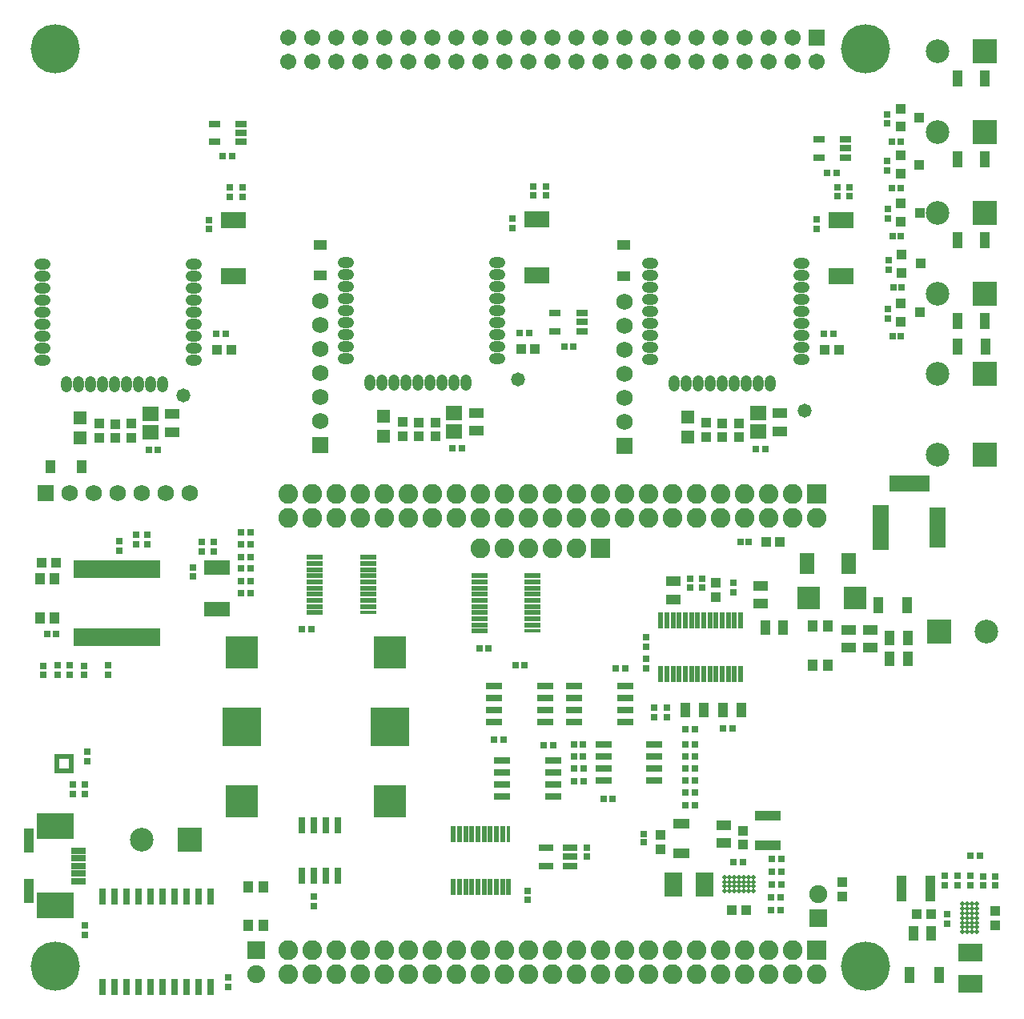
<source format=gts>
G04 Layer_Color=8388736*
%FSLAX44Y44*%
%MOMM*%
G71*
G01*
G75*
%ADD99O,1.2032X1.7032*%
%ADD100O,1.7032X1.2032*%
%ADD101R,0.4400X1.7400*%
%ADD102R,0.5032X1.8032*%
%ADD103R,1.7400X0.4400*%
%ADD104R,1.8032X0.5032*%
%ADD105R,0.6532X1.9532*%
%ADD106R,0.5032X0.6032*%
%ADD107R,0.6032X0.5032*%
%ADD108R,0.6532X1.6532*%
%ADD109R,2.3632X2.4632*%
%ADD110R,4.1632X4.1632*%
%ADD111R,3.3832X3.3832*%
%ADD112R,0.7032X0.7032*%
%ADD113R,1.1032X1.5032*%
%ADD114R,1.1032X1.8032*%
%ADD115R,2.5032X1.8532*%
%ADD116R,0.7032X0.7032*%
%ADD117R,1.0032X1.0032*%
%ADD118R,1.8532X2.5032*%
%ADD119R,2.7032X1.1032*%
%ADD120R,1.5032X1.1032*%
%ADD121R,1.8032X1.1032*%
%ADD122C,1.4732*%
%ADD123R,1.4032X1.4032*%
%ADD124R,1.0032X1.0032*%
%ADD125R,1.4232X1.1132*%
%ADD126R,1.1132X1.4232*%
%ADD127R,0.7032X0.8032*%
%ADD128R,1.6032X2.2032*%
%ADD129R,0.8032X0.7032*%
%ADD130R,1.0032X2.5532*%
%ADD131R,4.0032X2.7032*%
%ADD132R,1.6032X0.7032*%
%ADD133R,1.1032X1.0032*%
%ADD134R,1.1032X1.2032*%
%ADD135R,1.3032X0.8032*%
%ADD136R,1.7532X0.8032*%
%ADD137R,0.8032X1.7532*%
%ADD138R,0.8032X1.7032*%
%ADD139R,0.6532X1.6032*%
%ADD140R,1.5032X0.7532*%
%ADD141R,1.6732X1.4882*%
%ADD142C,0.4657*%
%ADD143R,1.1032X2.7032*%
%ADD144R,0.5532X1.6532*%
%ADD145C,1.7032*%
%ADD146R,1.7032X1.7032*%
%ADD147R,1.9032X1.9032*%
%ADD148C,1.9032*%
%ADD149C,2.5032*%
%ADD150R,2.5032X2.5032*%
%ADD151C,2.0828*%
%ADD152R,2.0828X2.0828*%
%ADD153C,1.7332*%
%ADD154R,1.7332X1.7332*%
%ADD155R,1.7332X1.7332*%
%ADD156R,1.7032X4.2192*%
%ADD157R,4.2192X1.7032*%
%ADD158R,1.7032X4.7192*%
%ADD159C,5.2032*%
%ADD160C,0.0508*%
D99*
X783336Y656082D02*
D03*
X770636D02*
D03*
X796036D02*
D03*
X732536D02*
D03*
X745236D02*
D03*
X757936D02*
D03*
X719836D02*
D03*
X694436D02*
D03*
X707136D02*
D03*
X462036Y656844D02*
D03*
X449336D02*
D03*
X474736D02*
D03*
X411236D02*
D03*
X423936D02*
D03*
X436636D02*
D03*
X398536D02*
D03*
X373136D02*
D03*
X385836D02*
D03*
X140970Y655574D02*
D03*
X128270D02*
D03*
X153670D02*
D03*
X90170D02*
D03*
X102870D02*
D03*
X115570D02*
D03*
X77470D02*
D03*
X52070D02*
D03*
X64770D02*
D03*
D100*
X829036Y694182D02*
D03*
Y706882D02*
D03*
Y681482D02*
D03*
X669036Y706882D02*
D03*
Y719582D02*
D03*
Y681482D02*
D03*
Y694182D02*
D03*
X829036Y732282D02*
D03*
X829036Y719582D02*
D03*
X829036Y744982D02*
D03*
Y757682D02*
D03*
Y770382D02*
D03*
Y783082D02*
D03*
X669036Y732282D02*
D03*
Y744982D02*
D03*
Y783082D02*
D03*
Y757682D02*
D03*
Y770382D02*
D03*
X507736Y694944D02*
D03*
Y707644D02*
D03*
Y682244D02*
D03*
X347736Y707644D02*
D03*
Y720344D02*
D03*
Y682244D02*
D03*
Y694944D02*
D03*
X507736Y733044D02*
D03*
X507736Y720344D02*
D03*
X507736Y745744D02*
D03*
Y758444D02*
D03*
Y771144D02*
D03*
Y783844D02*
D03*
X347736Y733044D02*
D03*
Y745744D02*
D03*
Y783844D02*
D03*
Y758444D02*
D03*
Y771144D02*
D03*
X186670Y693674D02*
D03*
Y706374D02*
D03*
Y680974D02*
D03*
X26670Y706374D02*
D03*
Y719074D02*
D03*
Y680974D02*
D03*
Y693674D02*
D03*
X186670Y731774D02*
D03*
X186670Y719074D02*
D03*
X186670Y744474D02*
D03*
Y757174D02*
D03*
Y769874D02*
D03*
Y782574D02*
D03*
X26670Y731774D02*
D03*
Y744474D02*
D03*
Y782574D02*
D03*
Y757174D02*
D03*
Y769874D02*
D03*
D101*
X519724Y179780D02*
D03*
D102*
X513224D02*
D03*
X506724D02*
D03*
X500224D02*
D03*
X493724D02*
D03*
X487224D02*
D03*
X480724D02*
D03*
X474224D02*
D03*
X467724D02*
D03*
X461224D02*
D03*
Y123780D02*
D03*
X467724D02*
D03*
X474224D02*
D03*
X480724D02*
D03*
X487224D02*
D03*
X493724D02*
D03*
X500224D02*
D03*
X506724D02*
D03*
X513224D02*
D03*
X519724D02*
D03*
D103*
X544524Y394216D02*
D03*
X370788Y413736D02*
D03*
D104*
X544524Y400716D02*
D03*
Y407216D02*
D03*
Y413716D02*
D03*
Y420216D02*
D03*
Y426716D02*
D03*
Y433216D02*
D03*
Y439716D02*
D03*
Y446216D02*
D03*
Y452716D02*
D03*
X488524D02*
D03*
Y446216D02*
D03*
Y439716D02*
D03*
Y433216D02*
D03*
Y426716D02*
D03*
Y420216D02*
D03*
Y413716D02*
D03*
Y407216D02*
D03*
Y400716D02*
D03*
Y394216D02*
D03*
X370788Y420236D02*
D03*
Y426736D02*
D03*
Y433236D02*
D03*
Y439736D02*
D03*
Y446236D02*
D03*
Y452736D02*
D03*
Y459236D02*
D03*
Y465736D02*
D03*
Y472236D02*
D03*
X314788D02*
D03*
Y465736D02*
D03*
Y459236D02*
D03*
Y452736D02*
D03*
Y446236D02*
D03*
Y439736D02*
D03*
Y433236D02*
D03*
Y426736D02*
D03*
Y420236D02*
D03*
Y413736D02*
D03*
D105*
X63032Y387372D02*
D03*
X69532D02*
D03*
X76032D02*
D03*
X82532D02*
D03*
X89032D02*
D03*
X95532D02*
D03*
X102032D02*
D03*
X108532D02*
D03*
X115032D02*
D03*
X121532D02*
D03*
X128032D02*
D03*
X134532D02*
D03*
X141032D02*
D03*
X147532D02*
D03*
X63032Y459372D02*
D03*
X69532D02*
D03*
X76032D02*
D03*
X82532D02*
D03*
X89032D02*
D03*
X95532D02*
D03*
X102032D02*
D03*
X108532D02*
D03*
X115032D02*
D03*
X121532D02*
D03*
X128032D02*
D03*
X134532D02*
D03*
X141032D02*
D03*
X147532D02*
D03*
D106*
X52156Y246426D02*
D03*
X47156D02*
D03*
Y261426D02*
D03*
X52156D02*
D03*
D107*
X42031Y246426D02*
D03*
Y251426D02*
D03*
Y256426D02*
D03*
Y261426D02*
D03*
X57281D02*
D03*
Y256426D02*
D03*
Y251426D02*
D03*
Y246426D02*
D03*
D108*
X539866Y829745D02*
D03*
X546366D02*
D03*
X552866D02*
D03*
X559366D02*
D03*
Y770745D02*
D03*
X552866D02*
D03*
X546366D02*
D03*
X539866D02*
D03*
X861166Y828983D02*
D03*
X867666D02*
D03*
X874166D02*
D03*
X880666D02*
D03*
Y769983D02*
D03*
X874166D02*
D03*
X867666D02*
D03*
X861166D02*
D03*
X218800Y828475D02*
D03*
X225300D02*
D03*
X231800D02*
D03*
X238300D02*
D03*
Y769475D02*
D03*
X231800D02*
D03*
X225300D02*
D03*
X218800D02*
D03*
D109*
X885544Y429006D02*
D03*
X836544D02*
D03*
D110*
X394246Y292860D02*
D03*
X237490Y293116D02*
D03*
D111*
X394246Y214160D02*
D03*
Y371560D02*
D03*
X237490Y371816D02*
D03*
Y214416D02*
D03*
D112*
X236960Y447266D02*
D03*
X246960D02*
D03*
X236960Y434256D02*
D03*
X246960D02*
D03*
X498552Y375920D02*
D03*
X488552D02*
D03*
X310816Y395986D02*
D03*
X300816D02*
D03*
X767030Y150211D02*
D03*
X757030D02*
D03*
X807416Y99411D02*
D03*
X797416D02*
D03*
X807416Y112873D02*
D03*
X797416D02*
D03*
X807670Y126335D02*
D03*
X797670D02*
D03*
X807924Y153259D02*
D03*
X797924D02*
D03*
X866050Y879094D02*
D03*
X856050D02*
D03*
X588184Y694944D02*
D03*
X578184D02*
D03*
X227240Y896366D02*
D03*
X217240D02*
D03*
X31322Y391340D02*
D03*
X41322D02*
D03*
X220448Y708406D02*
D03*
X210448D02*
D03*
X862814Y708914D02*
D03*
X852814D02*
D03*
X541514Y709676D02*
D03*
X531514D02*
D03*
X148820Y585978D02*
D03*
X138820D02*
D03*
X791186Y586994D02*
D03*
X781186D02*
D03*
X469886Y587248D02*
D03*
X459886D02*
D03*
X716557Y290830D02*
D03*
X706557D02*
D03*
X756658Y291116D02*
D03*
X746658D02*
D03*
X633128Y354838D02*
D03*
X643128D02*
D03*
X629760Y216916D02*
D03*
X619760D02*
D03*
X556496Y273776D02*
D03*
X566496D02*
D03*
X513860Y279204D02*
D03*
X503860D02*
D03*
X716196Y223266D02*
D03*
X706196D02*
D03*
X716450Y248666D02*
D03*
X706450D02*
D03*
X716450Y261366D02*
D03*
X706450D02*
D03*
X588340Y274066D02*
D03*
X598340D02*
D03*
X588340Y261366D02*
D03*
X598340D02*
D03*
X588594Y248666D02*
D03*
X598594D02*
D03*
X598598Y235712D02*
D03*
X588598D02*
D03*
X706200Y210276D02*
D03*
X716200D02*
D03*
X706450Y236184D02*
D03*
X716450D02*
D03*
X706450Y274284D02*
D03*
X716450D02*
D03*
X246887Y472786D02*
D03*
X236887D02*
D03*
X1017698Y156682D02*
D03*
X1007698D02*
D03*
X807670Y139543D02*
D03*
X797670D02*
D03*
X246887Y498312D02*
D03*
X236887D02*
D03*
X236808Y460298D02*
D03*
X246808D02*
D03*
X236808Y485612D02*
D03*
X246808D02*
D03*
X526622Y358104D02*
D03*
X536622D02*
D03*
D113*
X966706Y74168D02*
D03*
X947706D02*
D03*
X725526Y311150D02*
D03*
X706526D02*
D03*
X765658D02*
D03*
X746658D02*
D03*
X922426Y364744D02*
D03*
X941426D02*
D03*
X922426Y386588D02*
D03*
X941426D02*
D03*
X810108Y398272D02*
D03*
X791108D02*
D03*
D114*
X974484Y30480D02*
D03*
X943484D02*
D03*
X941330Y421894D02*
D03*
X910330D02*
D03*
X994220Y893172D02*
D03*
X1023220D02*
D03*
X994450Y722560D02*
D03*
X1023450D02*
D03*
X994220Y978516D02*
D03*
X1023220D02*
D03*
X994474Y807828D02*
D03*
X1023474D02*
D03*
X994690Y695162D02*
D03*
X1023690D02*
D03*
D115*
X1007876Y54589D02*
D03*
Y21589D02*
D03*
D116*
X983662Y94662D02*
D03*
Y84662D02*
D03*
X994330Y135302D02*
D03*
Y125302D02*
D03*
X1007538Y135302D02*
D03*
Y125302D02*
D03*
X866902Y864028D02*
D03*
Y854028D02*
D03*
X879856Y864028D02*
D03*
Y854028D02*
D03*
X845058Y829738D02*
D03*
Y819738D02*
D03*
X523758Y830500D02*
D03*
Y820500D02*
D03*
X559366Y864732D02*
D03*
Y854732D02*
D03*
X545602Y864790D02*
D03*
Y854790D02*
D03*
X202692Y829230D02*
D03*
Y819230D02*
D03*
X224536Y863520D02*
D03*
Y853520D02*
D03*
X238300Y863520D02*
D03*
Y853520D02*
D03*
X107442Y489596D02*
D03*
Y479596D02*
D03*
X223012Y28106D02*
D03*
Y18106D02*
D03*
X185420Y451736D02*
D03*
Y461736D02*
D03*
X71628Y72978D02*
D03*
Y82978D02*
D03*
X73660Y266406D02*
D03*
Y256406D02*
D03*
X313436Y103520D02*
D03*
Y113520D02*
D03*
X919988Y891308D02*
D03*
Y881308D02*
D03*
X920248Y840584D02*
D03*
Y830584D02*
D03*
X919988Y940954D02*
D03*
Y930954D02*
D03*
X920370Y734996D02*
D03*
Y724996D02*
D03*
X921258Y786520D02*
D03*
Y776520D02*
D03*
X42544Y358240D02*
D03*
Y348240D02*
D03*
X55498Y357986D02*
D03*
Y347986D02*
D03*
X95630Y348240D02*
D03*
Y358240D02*
D03*
X137794Y496162D02*
D03*
Y486162D02*
D03*
X723980Y440008D02*
D03*
Y450008D02*
D03*
X125856Y496162D02*
D03*
Y486162D02*
D03*
X1034462Y135048D02*
D03*
Y125048D02*
D03*
X1021000Y125048D02*
D03*
Y135048D02*
D03*
X207900Y488326D02*
D03*
Y478326D02*
D03*
X195326Y478326D02*
D03*
Y488326D02*
D03*
X58850Y222119D02*
D03*
Y232119D02*
D03*
X71754Y232002D02*
D03*
Y222002D02*
D03*
X539750Y119808D02*
D03*
Y109808D02*
D03*
X602488Y165448D02*
D03*
Y155448D02*
D03*
X664718Y387996D02*
D03*
Y377996D02*
D03*
X980614Y135556D02*
D03*
Y125556D02*
D03*
X757214Y445182D02*
D03*
Y435182D02*
D03*
X664718Y355172D02*
D03*
Y365172D02*
D03*
X711557Y450008D02*
D03*
Y440008D02*
D03*
X673604Y313102D02*
D03*
Y303102D02*
D03*
X686876Y313166D02*
D03*
Y303166D02*
D03*
D117*
X1034259Y98229D02*
D03*
Y83229D02*
D03*
X767294Y183151D02*
D03*
Y168151D02*
D03*
X728726Y614354D02*
D03*
Y599354D02*
D03*
X745744Y614264D02*
D03*
Y599264D02*
D03*
X407416Y615116D02*
D03*
Y600116D02*
D03*
X424444Y615026D02*
D03*
Y600026D02*
D03*
X86360Y613756D02*
D03*
Y598756D02*
D03*
X103378Y613258D02*
D03*
Y598258D02*
D03*
X738876Y445316D02*
D03*
Y430316D02*
D03*
X871982Y113502D02*
D03*
Y128502D02*
D03*
X679958Y178690D02*
D03*
Y163690D02*
D03*
D118*
X726957Y125997D02*
D03*
X693957D02*
D03*
D119*
X793496Y198634D02*
D03*
Y167634D02*
D03*
D120*
X747482Y188961D02*
D03*
Y169961D02*
D03*
X164084Y623926D02*
D03*
Y604926D02*
D03*
X806450Y624450D02*
D03*
Y605450D02*
D03*
X485150Y625212D02*
D03*
Y606212D02*
D03*
X693674Y446634D02*
D03*
Y427634D02*
D03*
X879348Y376580D02*
D03*
Y395580D02*
D03*
X901954Y376580D02*
D03*
Y395580D02*
D03*
X786384Y442316D02*
D03*
Y423316D02*
D03*
D121*
X702564Y190500D02*
D03*
Y159500D02*
D03*
D122*
X832830Y627634D02*
D03*
X175514Y643600D02*
D03*
X529082Y660364D02*
D03*
D123*
X708914Y620354D02*
D03*
Y599354D02*
D03*
X387614Y621116D02*
D03*
Y600116D02*
D03*
X66548Y619846D02*
D03*
Y598846D02*
D03*
D124*
X763270Y614264D02*
D03*
Y599264D02*
D03*
X120904Y613756D02*
D03*
Y598756D02*
D03*
X441970Y615026D02*
D03*
Y600026D02*
D03*
X226448Y691642D02*
D03*
X211448D02*
D03*
X868814Y692150D02*
D03*
X853814D02*
D03*
X547514Y692912D02*
D03*
X532514D02*
D03*
X40900Y466270D02*
D03*
X25900D02*
D03*
X806738Y488950D02*
D03*
X791738D02*
D03*
X950976Y94742D02*
D03*
X965976D02*
D03*
X770800Y99411D02*
D03*
X755800D02*
D03*
D125*
X641594Y802270D02*
D03*
Y769570D02*
D03*
X320294Y803032D02*
D03*
Y770332D02*
D03*
D126*
X35406Y568198D02*
D03*
X68106D02*
D03*
D127*
X925522Y706120D02*
D03*
X934522D02*
D03*
X925140Y912078D02*
D03*
X934140D02*
D03*
X925400Y811708D02*
D03*
X934400D02*
D03*
X925140Y862432D02*
D03*
X934140D02*
D03*
X926410Y757644D02*
D03*
X935410D02*
D03*
X773466Y488950D02*
D03*
X764466D02*
D03*
D128*
X834996Y465860D02*
D03*
X878996D02*
D03*
D129*
X27812Y348232D02*
D03*
Y357232D02*
D03*
X662432Y179754D02*
D03*
Y170754D02*
D03*
X70230Y347978D02*
D03*
Y356978D02*
D03*
D130*
X12516Y172674D02*
D03*
Y119174D02*
D03*
D131*
X40516Y103924D02*
D03*
Y187924D02*
D03*
D132*
X64516Y129924D02*
D03*
Y137924D02*
D03*
Y145924D02*
D03*
Y153924D02*
D03*
Y161924D02*
D03*
D133*
X933864Y897078D02*
D03*
Y878078D02*
D03*
X953864Y887578D02*
D03*
X935134Y792290D02*
D03*
Y773290D02*
D03*
X955134Y782790D02*
D03*
X933864Y946724D02*
D03*
Y927724D02*
D03*
X953864Y937224D02*
D03*
X934124Y846354D02*
D03*
Y827354D02*
D03*
X954124Y836854D02*
D03*
X934246Y740766D02*
D03*
Y721766D02*
D03*
X954246Y731266D02*
D03*
D134*
X857122Y358468D02*
D03*
Y399468D02*
D03*
X841122Y358468D02*
D03*
Y399468D02*
D03*
X23622Y449432D02*
D03*
Y408432D02*
D03*
X39622Y449432D02*
D03*
Y408432D02*
D03*
X244096Y123847D02*
D03*
Y82847D02*
D03*
X260096Y123847D02*
D03*
Y82847D02*
D03*
D135*
X236240Y911910D02*
D03*
Y921410D02*
D03*
Y930910D02*
D03*
X208240D02*
D03*
Y911910D02*
D03*
X875608Y895263D02*
D03*
Y904763D02*
D03*
Y914263D02*
D03*
X847608D02*
D03*
Y895263D02*
D03*
X596804Y711606D02*
D03*
Y721106D02*
D03*
Y730606D02*
D03*
X568804D02*
D03*
Y711606D02*
D03*
D136*
X589128Y336296D02*
D03*
Y323596D02*
D03*
Y310896D02*
D03*
Y298196D02*
D03*
X643128Y336296D02*
D03*
Y323596D02*
D03*
Y310896D02*
D03*
Y298196D02*
D03*
X673760Y235966D02*
D03*
Y248666D02*
D03*
Y261366D02*
D03*
Y274066D02*
D03*
X619760Y235966D02*
D03*
Y248666D02*
D03*
Y261366D02*
D03*
Y274066D02*
D03*
X512496Y257266D02*
D03*
Y244566D02*
D03*
Y231866D02*
D03*
Y219166D02*
D03*
X566496Y257266D02*
D03*
Y244566D02*
D03*
Y231866D02*
D03*
Y219166D02*
D03*
X557860Y298450D02*
D03*
Y311150D02*
D03*
Y323850D02*
D03*
Y336550D02*
D03*
X503860Y298450D02*
D03*
Y311150D02*
D03*
Y323850D02*
D03*
Y336550D02*
D03*
D137*
X300736Y135154D02*
D03*
X313436D02*
D03*
X326136D02*
D03*
X338836D02*
D03*
X300736Y189154D02*
D03*
X313436D02*
D03*
X326136D02*
D03*
X338836D02*
D03*
D138*
X203962Y113106D02*
D03*
X191262D02*
D03*
X178562D02*
D03*
X165862D02*
D03*
X153162D02*
D03*
X140462D02*
D03*
X127762D02*
D03*
X115062D02*
D03*
X102362D02*
D03*
X89662D02*
D03*
Y18106D02*
D03*
X102362D02*
D03*
X115062D02*
D03*
X127762D02*
D03*
X140462D02*
D03*
X153162D02*
D03*
X165862D02*
D03*
X178562D02*
D03*
X191262D02*
D03*
X203962D02*
D03*
D139*
X201400Y461737D02*
D03*
X207900D02*
D03*
X214400D02*
D03*
X220900D02*
D03*
Y417737D02*
D03*
X214400D02*
D03*
X207900D02*
D03*
X201400D02*
D03*
D140*
X559254Y164948D02*
D03*
Y145948D02*
D03*
X584254Y164948D02*
D03*
Y155448D02*
D03*
Y145948D02*
D03*
D141*
X140970Y623942D02*
D03*
Y604492D02*
D03*
X783336Y624450D02*
D03*
Y605000D02*
D03*
X462036Y625212D02*
D03*
Y605762D02*
D03*
D142*
X748300Y119089D02*
D03*
X753300D02*
D03*
X758300D02*
D03*
X763300D02*
D03*
X768300D02*
D03*
X773300D02*
D03*
X778300D02*
D03*
X748300Y124089D02*
D03*
X753300D02*
D03*
X758300D02*
D03*
X763300D02*
D03*
X768300D02*
D03*
X773300D02*
D03*
X778300D02*
D03*
X748300Y129089D02*
D03*
X753300D02*
D03*
X758300D02*
D03*
X763300D02*
D03*
X768300D02*
D03*
X773300D02*
D03*
X778300D02*
D03*
X748300Y134089D02*
D03*
X753300D02*
D03*
X758300D02*
D03*
X763300D02*
D03*
X768300D02*
D03*
X773300D02*
D03*
X778300D02*
D03*
X1014784Y105932D02*
D03*
Y100932D02*
D03*
X1009784D02*
D03*
X1014784Y90932D02*
D03*
Y95932D02*
D03*
X1009784Y105932D02*
D03*
Y95932D02*
D03*
X1004784D02*
D03*
X1009784Y90932D02*
D03*
X1004784D02*
D03*
X1014784Y80932D02*
D03*
X1009784Y85932D02*
D03*
X1014784D02*
D03*
X1009784Y80932D02*
D03*
X1014784Y75932D02*
D03*
X1009784D02*
D03*
X1004784Y105932D02*
D03*
Y85932D02*
D03*
Y100932D02*
D03*
X999784D02*
D03*
Y95932D02*
D03*
Y105932D02*
D03*
Y85932D02*
D03*
Y90932D02*
D03*
X1004784Y80932D02*
D03*
X999784D02*
D03*
X1004784Y75932D02*
D03*
X999784D02*
D03*
D143*
X965714Y121666D02*
D03*
X934714D02*
D03*
D144*
X764876Y348732D02*
D03*
X758376D02*
D03*
Y405232D02*
D03*
X764876D02*
D03*
X680376Y348732D02*
D03*
X686876D02*
D03*
X693376D02*
D03*
X699876D02*
D03*
X706376D02*
D03*
X712876D02*
D03*
X719376D02*
D03*
X725876D02*
D03*
X732376D02*
D03*
X738876D02*
D03*
X745376D02*
D03*
X751876D02*
D03*
Y405232D02*
D03*
X745376D02*
D03*
X738876D02*
D03*
X732376D02*
D03*
X725876D02*
D03*
X719376D02*
D03*
X712876D02*
D03*
X706376D02*
D03*
X699876D02*
D03*
X693376D02*
D03*
X686876D02*
D03*
X680376D02*
D03*
D145*
X286766Y996442D02*
D03*
X312166D02*
D03*
X337566D02*
D03*
X362966D02*
D03*
X388366D02*
D03*
X413766D02*
D03*
X439166D02*
D03*
X464566D02*
D03*
X489966D02*
D03*
X515366D02*
D03*
X540766D02*
D03*
X566166D02*
D03*
X591566D02*
D03*
X616966D02*
D03*
X642366D02*
D03*
X667766D02*
D03*
X693166D02*
D03*
X718566D02*
D03*
X743966D02*
D03*
X769366D02*
D03*
X794766D02*
D03*
X820166D02*
D03*
X845566D02*
D03*
X286766Y1021842D02*
D03*
X312166D02*
D03*
X337566D02*
D03*
X362966D02*
D03*
X388366D02*
D03*
X413766D02*
D03*
X439166D02*
D03*
X464566D02*
D03*
X489966D02*
D03*
X515366D02*
D03*
X540766D02*
D03*
X566166D02*
D03*
X591566D02*
D03*
X616966D02*
D03*
X642366D02*
D03*
X667766D02*
D03*
X693166D02*
D03*
X718566D02*
D03*
X743966D02*
D03*
X769366D02*
D03*
X794766D02*
D03*
X820166D02*
D03*
D146*
X845566D02*
D03*
D147*
X846582Y90932D02*
D03*
X252222Y56388D02*
D03*
D148*
X846582Y116332D02*
D03*
X252222Y30988D02*
D03*
D149*
X1024744Y393446D02*
D03*
X973220Y922020D02*
D03*
X131972Y173736D02*
D03*
X973220Y666242D02*
D03*
X973474Y836676D02*
D03*
X973220Y1007364D02*
D03*
X973450Y751408D02*
D03*
X973366Y580898D02*
D03*
D150*
X974744Y393446D02*
D03*
X1023220Y922020D02*
D03*
X181972Y173736D02*
D03*
X1023220Y666242D02*
D03*
X1023474Y836676D02*
D03*
X1023220Y1007364D02*
D03*
X1023450Y751408D02*
D03*
X1023366Y580898D02*
D03*
D151*
X820166Y539242D02*
D03*
X845566Y513842D02*
D03*
X794766Y539242D02*
D03*
X743966D02*
D03*
X769366D02*
D03*
X820166Y513842D02*
D03*
X769366D02*
D03*
X794766D02*
D03*
X743966D02*
D03*
X718566Y539242D02*
D03*
X693166Y513842D02*
D03*
X667766Y539242D02*
D03*
X693166D02*
D03*
X591566D02*
D03*
X642366D02*
D03*
X667766Y513842D02*
D03*
X616966Y539242D02*
D03*
X718566Y513842D02*
D03*
X642366D02*
D03*
X616966D02*
D03*
X591566D02*
D03*
Y482092D02*
D03*
X820166Y56642D02*
D03*
X769366D02*
D03*
X794766D02*
D03*
X743966D02*
D03*
X845566Y31242D02*
D03*
X794766D02*
D03*
X820166D02*
D03*
X769366D02*
D03*
X693166Y56642D02*
D03*
X718566D02*
D03*
X667766D02*
D03*
X642366D02*
D03*
X591566D02*
D03*
X616966D02*
D03*
X591566Y31242D02*
D03*
X718566D02*
D03*
X743966D02*
D03*
X693166D02*
D03*
X642366D02*
D03*
X667766D02*
D03*
X616966D02*
D03*
X566166Y539242D02*
D03*
X540766D02*
D03*
X566166Y513842D02*
D03*
X515366Y539242D02*
D03*
X540766Y513842D02*
D03*
X489966Y539242D02*
D03*
X464566D02*
D03*
X439166D02*
D03*
X515366Y513842D02*
D03*
X540766Y482092D02*
D03*
X566166D02*
D03*
X515366D02*
D03*
X489966Y513842D02*
D03*
X439166D02*
D03*
X489966Y482092D02*
D03*
X464566Y513842D02*
D03*
X388366Y539242D02*
D03*
X413766D02*
D03*
X362966D02*
D03*
X312166D02*
D03*
X337566D02*
D03*
X286766D02*
D03*
X388366Y513842D02*
D03*
X413766D02*
D03*
X362966D02*
D03*
X312166D02*
D03*
X337566D02*
D03*
X286766D02*
D03*
X540766Y56642D02*
D03*
X566166D02*
D03*
X489966D02*
D03*
X515366D02*
D03*
X464566D02*
D03*
X439166D02*
D03*
X413766D02*
D03*
X489966Y31242D02*
D03*
X540766D02*
D03*
X566166D02*
D03*
X515366D02*
D03*
X464566D02*
D03*
X439166D02*
D03*
X362966Y56642D02*
D03*
X388366D02*
D03*
X337566D02*
D03*
X312166D02*
D03*
X286766D02*
D03*
X388366Y31242D02*
D03*
X413766D02*
D03*
X362966D02*
D03*
X312166D02*
D03*
X337566D02*
D03*
X286766D02*
D03*
D152*
X845566Y539242D02*
D03*
X616966Y482092D02*
D03*
X845566Y56642D02*
D03*
D153*
X182118Y540258D02*
D03*
X156718D02*
D03*
X131318D02*
D03*
X105918D02*
D03*
X80518D02*
D03*
X55118D02*
D03*
X641858Y742696D02*
D03*
Y717296D02*
D03*
Y691896D02*
D03*
Y666496D02*
D03*
Y641096D02*
D03*
Y615696D02*
D03*
X320558Y743458D02*
D03*
Y718058D02*
D03*
Y692658D02*
D03*
Y667258D02*
D03*
Y641858D02*
D03*
Y616458D02*
D03*
D154*
X29718Y540258D02*
D03*
D155*
X641858Y590296D02*
D03*
X320558Y591058D02*
D03*
D156*
X973102Y503420D02*
D03*
D157*
X943102Y550420D02*
D03*
D158*
X913102Y503420D02*
D03*
D159*
X897000Y1010000D02*
D03*
X39999Y1010000D02*
D03*
Y40000D02*
D03*
X897000D02*
D03*
D160*
X178562Y604942D02*
D03*
X802752Y586994D02*
D03*
X820928Y605450D02*
D03*
X481452Y587248D02*
D03*
X499628Y606212D02*
D03*
X52070Y619760D02*
D03*
X373136Y621030D02*
D03*
X694436Y620268D02*
D03*
X178816Y593852D02*
D03*
M02*

</source>
